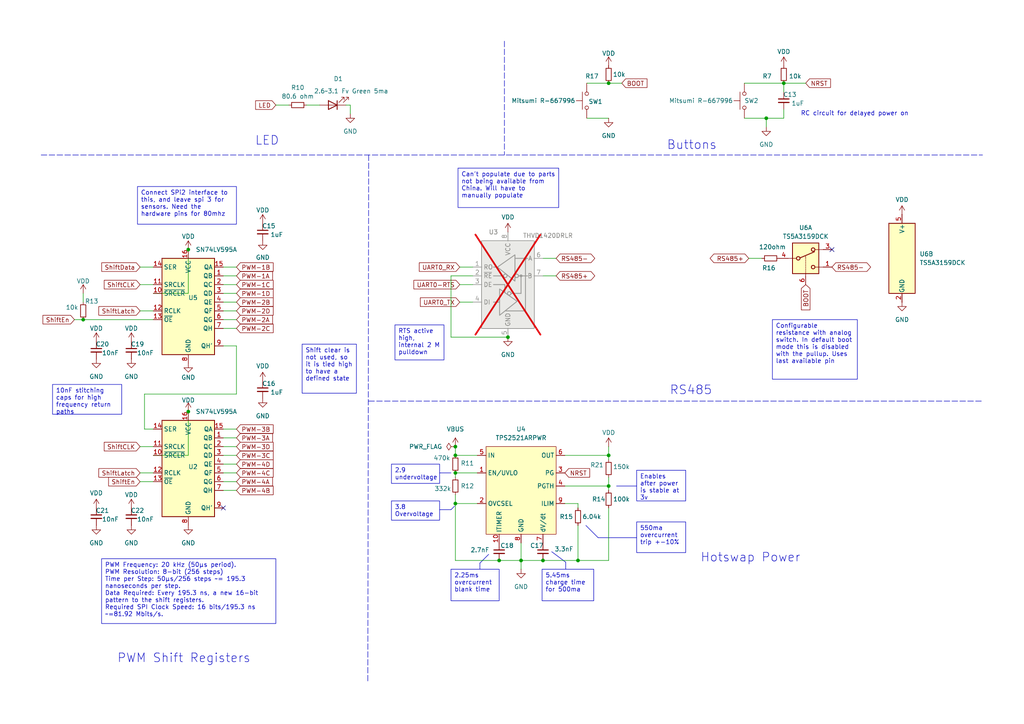
<source format=kicad_sch>
(kicad_sch (version 20250114) (generator "eeschema") (generator_version "9.0")
  (paper "A4")
  (title_block (title "CACKLE -  Hub") (date "2025-11-08") (rev "V1.2") (comment 1 "Licensed under CERN-OHL-S v2") (comment 2 "Author: Asher Edwards"))
  (lib_symbols
    (symbol "74HC595_1"
      (property "Reference" "U5" (at 0 1.27 0))
      (property "Value" "SN74LV595A" (at 2.1433 15.24 0))
      (symbol "74HC595_1_1_0"
        (pin input line (at -10.16 10.16 0) (length 2.54) (name "SER") (number "14"))
        (pin input line (at -10.16 5.08 0) (length 2.54) (name "SRCLK") (number "11"))
        (pin input line (at -10.16 2.54 0) (length 2.54) (name "~{SRCLR}") (number "10"))
        (pin input line (at -10.16 -2.54 0) (length 2.54) (name "RCLK") (number "12"))
        (pin input line (at -10.16 -5.08 0) (length 2.54) (name "~{OE}") (number "13"))
        (pin power_in line (at 0 15.24 270) (length 2.54) (name "VCC") (number "16"))
        (pin power_in line (at 0 -17.78 90) (length 2.54) (hide yes) (name "GND") (number "17"))
        (pin power_in line (at 0 -17.78 90) (length 2.54) (name "GND") (number "8"))
        (pin tri_state line (at 10.16 10.16 180) (length 2.54) (name "QA") (number "15"))
        (pin tri_state line (at 10.16 7.62 180) (length 2.54) (name "QB") (number "1"))
        (pin tri_state line (at 10.16 5.08 180) (length 2.54) (name "QC") (number "2"))
        (pin tri_state line (at 10.16 2.54 180) (length 2.54) (name "QD") (number "3"))
        (pin tri_state line (at 10.16 0 180) (length 2.54) (name "QE") (number "4"))
        (pin tri_state line (at 10.16 -2.54 180) (length 2.54) (name "QF") (number "5"))
        (pin tri_state line (at 10.16 -5.08 180) (length 2.54) (name "QG") (number "6"))
        (pin tri_state line (at 10.16 -7.62 180) (length 2.54) (name "QH") (number "7"))
        (pin output line (at 10.16 -12.7 180) (length 2.54) (name "QH'") (number "9"))
      )
      (symbol "74HC595_1_1_1"
        (rectangle (start -7.62 12.7) (end 7.62 -15.24) (stroke (width 0.254)) (fill (type background)))
      )
    )
    (symbol "74xx:74HC595"
      (property "Reference" "U2" (at 0 -0.762 0))
      (property "Value" "SN74LV595A" (at 2.1433 15.24 0))
      (symbol "74HC595_1_0"
        (pin input line (at -10.16 10.16 0) (length 2.54) (name "SER") (number "14"))
        (pin input line (at -10.16 5.08 0) (length 2.54) (name "SRCLK") (number "11"))
        (pin input line (at -10.16 2.54 0) (length 2.54) (name "~{SRCLR}") (number "10"))
        (pin input line (at -10.16 -2.54 0) (length 2.54) (name "RCLK") (number "12"))
        (pin input line (at -10.16 -5.08 0) (length 2.54) (name "~{OE}") (number "13"))
        (pin power_in line (at 0 15.24 270) (length 2.54) (name "VCC") (number "16"))
        (pin power_in line (at 0 -17.78 90) (length 2.54) (hide yes) (name "GND") (number "17"))
        (pin power_in line (at 0 -17.78 90) (length 2.54) (name "GND") (number "8"))
        (pin tri_state line (at 10.16 10.16 180) (length 2.54) (name "QA") (number "15"))
        (pin tri_state line (at 10.16 7.62 180) (length 2.54) (name "QB") (number "1"))
        (pin tri_state line (at 10.16 5.08 180) (length 2.54) (name "QC") (number "2"))
        (pin tri_state line (at 10.16 2.54 180) (length 2.54) (name "QD") (number "3"))
        (pin tri_state line (at 10.16 0 180) (length 2.54) (name "QE") (number "4"))
        (pin tri_state line (at 10.16 -2.54 180) (length 2.54) (name "QF") (number "5"))
        (pin tri_state line (at 10.16 -5.08 180) (length 2.54) (name "QG") (number "6"))
        (pin tri_state line (at 10.16 -7.62 180) (length 2.54) (name "QH") (number "7"))
        (pin output line (at 10.16 -12.7 180) (length 2.54) (name "QH'") (number "9"))
      )
      (symbol "74HC595_1_1"
        (rectangle (start -7.62 12.7) (end 7.62 -15.24) (stroke (width 0.254)) (fill (type background)))
      )
    )
    (symbol "Analog_Switch:TS5A3159DCK" (pin_names (offset 0.127))
      (property "Reference" "U" (at -3.175 7.493 0))
      (property "Value" "TS5A3159DCK" (at -3.175 5.715 0))
      (symbol "TS5A3159DCK_1_1"
        (polyline (pts (xy -5.08 0) (xy -2.794 0)))
        (rectangle (start -3.81 4.445) (end 3.81 -4.445) (stroke (width 0.254)) (fill (type background)))
        (circle (center -2.159 0) (radius 0.508) (stroke (width 0.254)))
        (polyline (pts (xy -1.651 0.127) (xy 2.54 1.905)) (stroke (width 0.254)))
        (polyline (pts (xy 0 0.254) (xy 0 0.508)))
        (polyline (pts (xy 0 0.254) (xy 0 0.508)))
        (polyline (pts (xy 0 -0.254) (xy 0 0)))
        (polyline (pts (xy 0 -0.762) (xy 0 -0.508)))
        (polyline (pts (xy 0 -1.27) (xy 0 -1.016)))
        (polyline (pts (xy 0 -1.778) (xy 0 -1.524)))
        (polyline (pts (xy 0 -2.286) (xy 0 -2.032)))
        (polyline (pts (xy 0 -2.794) (xy 0 -2.54)))
        (polyline (pts (xy 0 -3.302) (xy 0 -3.048)))
        (polyline (pts (xy 0 -3.81) (xy 0 -3.556)))
        (polyline (pts (xy 0 -4.318) (xy 0 -4.064)))
        (polyline (pts (xy 0 -5.08) (xy 0 -4.572)))
        (circle (center 2.159 2.54) (radius 0.508) (stroke (width 0.254)))
        (circle (center 2.159 -2.54) (radius 0.508) (stroke (width 0.254)))
        (polyline (pts (xy 5.08 2.54) (xy 2.794 2.54)))
        (polyline (pts (xy 5.08 -2.54) (xy 2.794 -2.54)))
        (pin passive line (at -7.62 0 0) (length 2.54) (name "~") (number "4"))
        (pin input line (at 0 -7.62 90) (length 2.54) (name "~") (number "6"))
        (pin passive line (at 7.62 2.54 180) (length 2.54) (name "~") (number "3"))
        (pin passive line (at 7.62 -2.54 180) (length 2.54) (name "~") (number "1"))
      )
      (symbol "TS5A3159DCK_2_0"
        (pin power_in line (at 0 12.7 270) (length 2.54) (name "V+") (number "5"))
        (pin power_in line (at 0 -12.7 90) (length 2.54) (name "GND") (number "2"))
      )
      (symbol "TS5A3159DCK_2_1"
        (rectangle (start -3.81 10.16) (end 3.81 -10.16) (stroke (width 0.254)) (fill (type background)))
      )
    )
    (symbol "Device:C_Small" (pin_numbers (hide yes)) (pin_names (offset 0.254) (hide yes))
      (property "Reference" "C" (at 0.254 1.778 0))
      (property "Value" "C_Small" (at 0.254 -2.032 0))
      (symbol "C_Small_0_1"
        (polyline (pts (xy -1.524 0.508) (xy 1.524 0.508)) (stroke (width 0.3048)))
        (polyline (pts (xy -1.524 -0.508) (xy 1.524 -0.508)) (stroke (width 0.3302)))
      )
      (symbol "C_Small_1_1"
        (pin passive line (at 0 2.54 270) (length 2.032) (name "~") (number "1"))
        (pin passive line (at 0 -2.54 90) (length 2.032) (name "~") (number "2"))
      )
    )
    (symbol "Device:LED" (pin_numbers (hide yes)) (pin_names (offset 1.016) (hide yes))
      (property "Reference" "D" (at 0 2.54 0))
      (property "Value" "LED" (at 0 -2.54 0))
      (symbol "LED_0_1"
        (polyline (pts (xy -3.048 -0.762) (xy -4.572 -2.286) (xy -3.81 -2.286) (xy -4.572 -2.286) (xy -4.572 -1.524)))
        (polyline (pts (xy -1.778 -0.762) (xy -3.302 -2.286) (xy -2.54 -2.286) (xy -3.302 -2.286) (xy -3.302 -1.524)))
        (polyline (pts (xy -1.27 0) (xy 1.27 0)))
        (polyline (pts (xy -1.27 -1.27) (xy -1.27 1.27)) (stroke (width 0.254)))
        (polyline (pts (xy 1.27 -1.27) (xy 1.27 1.27) (xy -1.27 0) (xy 1.27 -1.27)) (stroke (width 0.254)))
      )
      (symbol "LED_1_1"
        (pin passive line (at -3.81 0 0) (length 2.54) (name "K") (number "1"))
        (pin passive line (at 3.81 0 180) (length 2.54) (name "A") (number "2"))
      )
    )
    (symbol "Device:R_Small" (pin_numbers (hide yes)) (pin_names (offset 0.254) (hide yes))
      (property "Reference" "R" (at 0.762 0.508 0))
      (property "Value" "R_Small" (at 0.762 -1.016 0))
      (symbol "R_Small_0_1"
        (rectangle (start -0.762 1.778) (end 0.762 -1.778) (stroke (width 0.2032)))
      )
      (symbol "R_Small_1_1"
        (pin passive line (at 0 2.54 270) (length 0.762) (name "~") (number "1"))
        (pin passive line (at 0 -2.54 90) (length 0.762) (name "~") (number "2"))
      )
    )
    (symbol "Interface_UART:THVD1420D"
      (property "Reference" "U" (at -6.096 11.43 0))
      (property "Value" "THVD1420D" (at 0.762 11.43 0))
      (symbol "THVD1420D_0_1"
        (rectangle (start -7.62 12.7) (end 7.62 -12.7) (stroke (width 0.254)) (fill (type background)))
        (polyline (pts (xy -4.191 2.54) (xy -1.27 2.54)) (stroke (width 0.254)))
        (polyline (pts (xy -4.191 0) (xy -0.889 0) (xy -0.889 -2.286)) (stroke (width 0.254)))
        (polyline (pts (xy -3.175 5.08) (xy -4.191 5.08) (xy -4.064 5.08)) (stroke (width 0.254)))
        (polyline (pts (xy -2.54 -5.08) (xy -4.191 -5.08)) (stroke (width 0.254)))
        (polyline (pts (xy -2.413 -5.08) (xy -2.413 -1.27) (xy 2.667 -4.826) (xy -2.413 -8.89) (xy -2.413 -5.08)) (stroke (width 0.254)))
        (polyline (pts (xy -0.635 -7.62) (xy 5.08 -7.62)) (stroke (width 0.254)))
        (circle (center 0.381 -2.54) (radius 0.508) (stroke (width 0.254)))
        (polyline (pts (xy 0.889 -2.54) (xy 3.81 -2.54)) (stroke (width 0.254)))
        (polyline (pts (xy 2.032 7.62) (xy 5.715 7.62)) (stroke (width 0.254)))
        (polyline (pts (xy 3.048 2.54) (xy 5.715 2.54)) (stroke (width 0.254)))
        (circle (center 3.81 2.54) (radius 0.2794) (stroke (width 0.254)) (fill (type outline)))
        (polyline (pts (xy 3.81 -2.54) (xy 3.81 2.54)) (stroke (width 0.254)))
        (polyline (pts (xy 5.08 -7.62) (xy 5.08 7.62)) (stroke (width 0.254)))
      )
      (symbol "THVD1420D_1_1"
        (circle (center -0.762 2.54) (radius 0.508) (stroke (width 0.254)))
        (polyline (pts (xy 2.032 4.826) (xy 2.032 8.636) (xy -3.048 5.08) (xy 2.032 1.016) (xy 2.032 4.826)) (stroke (width 0.254)))
        (circle (center 2.54 2.54) (radius 0.508) (stroke (width 0.254)))
        (circle (center 5.08 7.62) (radius 0.2794) (stroke (width 0.254)) (fill (type outline)))
        (pin output line (at -10.16 5.08 0) (length 2.54) (name "RO") (number "1"))
        (pin input line (at -10.16 2.54 0) (length 2.54) (name "~{RE}") (number "2"))
        (pin input line (at -10.16 0 0) (length 2.54) (name "DE") (number "3"))
        (pin input line (at -10.16 -5.08 0) (length 2.54) (name "DI") (number "4"))
        (pin power_in line (at 0 15.24 270) (length 2.54) (name "VCC") (number "8"))
        (pin power_in line (at 0 -15.24 90) (length 2.54) (name "GND") (number "5"))
        (pin bidirectional line (at 10.16 7.62 180) (length 2.54) (name "A") (number "6"))
        (pin bidirectional line (at 10.16 2.54 180) (length 2.54) (name "B") (number "7"))
      )
    )
    (symbol "Switch:SW_Push" (pin_numbers (hide yes)) (pin_names (offset 1.016) (hide yes))
      (property "Reference" "SW" (at 1.27 2.54 0))
      (property "Value" "SW_Push" (at 0 -1.524 0))
      (symbol "SW_Push_0_1"
        (circle (center -2.032 0) (radius 0.508))
        (polyline (pts (xy 0 1.27) (xy 0 3.048)))
        (circle (center 2.032 0) (radius 0.508))
        (polyline (pts (xy 2.54 1.27) (xy -2.54 1.27)))
        (pin passive line (at -5.08 0 0) (length 2.54) (name "1") (number "1"))
        (pin passive line (at 5.08 0 180) (length 2.54) (name "2") (number "2"))
      )
    )
    (symbol "custom_Power_Management:TPS2521xx"
      (property "Reference" "U" (at 0 0 0))
      (property "Value" "TPS2521xx" (at 0 -1.778 0))
      (symbol "TPS2521xx_1_1"
        (rectangle (start -10.16 12.7) (end 10.16 -12.7) (fill (type background)))
        (pin power_in line (at -12.7 10.16 0) (length 2.54) (name "IN") (number "5"))
        (pin input line (at -12.7 5.08 0) (length 2.54) (name "EN/UVLO") (number "1"))
        (pin input line (at -12.7 -3.81 0) (length 2.54) (name "OVCSEL") (number "2"))
        (pin output line (at -6.35 -15.24 90) (length 2.54) (name "ITIMER") (number "10"))
        (pin power_in line (at 0 -15.24 90) (length 2.54) (name "GND") (number "8"))
        (pin output line (at 6.35 -15.24 90) (length 2.54) (name "dV/dt") (number "7"))
        (pin power_out line (at 12.7 10.16 180) (length 2.54) (name "OUT") (number "6"))
        (pin output line (at 12.7 5.08 180) (length 2.54) (name "PG") (number "3"))
        (pin input line (at 12.7 1.27 180) (length 2.54) (name "PGTH") (number "4"))
        (pin output line (at 12.7 -3.81 180) (length 2.54) (name "ILIM") (number "9"))
      )
    )
    (symbol "power:GND" (power) (pin_numbers (hide yes)) (pin_names (offset 0) (hide yes))
      (property "Value" "GND" (at 0 -3.81 0))
      (symbol "GND_0_1"
        (polyline (pts (xy 0 0) (xy 0 -1.27) (xy 1.27 -1.27) (xy 0 -2.54) (xy -1.27 -1.27) (xy 0 -1.27)))
      )
      (symbol "GND_1_1"
        (pin power_in line (at 0 0 270) (length 0) (name "~") (number "1"))
      )
    )
    (symbol "power:PWR_FLAG" (power) (pin_numbers (hide yes)) (pin_names (offset 0) (hide yes))
      (property "Value" "PWR_FLAG" (at 0 3.81 0))
      (symbol "PWR_FLAG_0_0"
        (pin power_out line (at 0 0 90) (length 0) (name "~") (number "1"))
      )
      (symbol "PWR_FLAG_0_1"
        (polyline (pts (xy 0 0) (xy 0 1.27) (xy -1.016 1.905) (xy 0 2.54) (xy 1.016 1.905) (xy 0 1.27)))
      )
    )
    (symbol "power:VBUS" (power) (pin_numbers (hide yes)) (pin_names (offset 0) (hide yes))
      (property "Value" "VBUS" (at 0 3.556 0))
      (symbol "VBUS_0_1"
        (polyline (pts (xy -0.762 1.27) (xy 0 2.54)))
        (polyline (pts (xy 0 2.54) (xy 0.762 1.27)))
        (polyline (pts (xy 0 0) (xy 0 2.54)))
      )
      (symbol "VBUS_1_1"
        (pin power_in line (at 0 0 90) (length 0) (name "~") (number "1"))
      )
    )
    (symbol "power:VDD" (power) (pin_numbers (hide yes)) (pin_names (offset 0) (hide yes))
      (property "Value" "VDD" (at 0 3.556 0))
      (symbol "VDD_0_1"
        (polyline (pts (xy -0.762 1.27) (xy 0 2.54)))
        (polyline (pts (xy 0 2.54) (xy 0.762 1.27)))
        (polyline (pts (xy 0 0) (xy 0 2.54)))
      )
      (symbol "VDD_1_1"
        (pin power_in line (at 0 0 90) (length 0) (name "~") (number "1"))
      )
    )
  )
  (text "PWM Shift Registers" (at 53.34 191.008 0) (effects (font (size 2.54 2.54))))
  (text "RC circuit for delayed power on" (at 247.904 33.02 0) (effects (font (size 1.27 1.27))))
  (text "LED" (at 77.47 40.894 0) (effects (font (size 2.54 2.54))))
  (text "Buttons" (at 200.66 42.164 0) (effects (font (size 2.54 2.54))))
  (text "RS485" (at 200.406 113.284 0) (effects (font (size 2.54 2.54))))
  (text "Hotswap Power" (at 217.678 161.798 0) (effects (font (size 2.54 2.54))))
  (text_box "Enables after power is stable at 3v" (at 184.658 136.398 0) (size 14.224 8.89) (margins 0.9525 0.9525 0.9525 0.9525) (effects (font (size 1.27 1.27)) (justify left top)))
  (text_box "RTS active high, internal 2 M pulldown" (at 114.554 94.234 0) (size 14.224 10.16) (margins 0.9525 0.9525 0.9525 0.9525) (effects (font (size 1.27 1.27)) (justify left top)))
  (text_box "Can't populate due to parts not being available from China. Will have to manually populate" (at 132.842 48.768 0) (size 29.21 11.43) (margins 0.9525 0.9525 0.9525 0.9525) (effects (font (size 1.27 1.27)) (justify left top)))
  (text_box "Shift clear is not used, so it is tied high to have a defined state" (at 87.63 99.822 0) (size 15.748 14.224) (margins 0.9525 0.9525 0.9525 0.9525) (effects (font (size 1.27 1.27)) (justify left top)))
  (text_box "Configurable resistance with analog switch. In default boot mode this is disabled with the pullup. Uses last available pin" (at 224.028 92.71 0) (size 24.638 17.272) (margins 0.9525 0.9525 0.9525 0.9525) (effects (font (size 1.27 1.27)) (justify left top)))
  (text_box "2.25ms overcurrent blank time" (at 130.81 165.1 0) (size 13.97 9.144) (margins 0.9525 0.9525 0.9525 0.9525) (effects (font (size 1.27 1.27)) (justify left top)))
  (text_box "10nF stitching caps for high frequency return paths" (at 15.24 111.506 0) (size 20.066 8.636) (margins 0.9525 0.9525 0.9525 0.9525) (effects (font (size 1.27 1.27)) (justify left top)))
  (text_box "5.45ms charge time for 500ma" (at 157.226 165.1 0) (size 14.986 9.144) (margins 0.9525 0.9525 0.9525 0.9525) (effects (font (size 1.27 1.27)) (justify left top)))
  (text_box "PWM Frequency: 20 kHz (50μs period).\nPWM Resolution: 8-bit (256 steps)\nTime per Step: 50μs/256 steps ~= 195.3 nanoseconds per step.\nData Required: Every 195.3 ns, a new 16-bit pattern to the shift registers.\nRequired SPI Clock Speed: 16 bits/195.3 ns ~=81.92 Mbits/s." (at 29.464 162.052 0) (size 50.546 18.796) (margins 0.9525 0.9525 0.9525 0.9525) (effects (font (size 1.27 1.27)) (justify left top)))
  (text_box "Connect SPi2 interface to this, and leave spi 3 for sensors. Need the hardware pins for 80mhz" (at 39.878 54.102 0) (size 28.702 10.922) (margins 0.9525 0.9525 0.9525 0.9525) (effects (font (size 1.27 1.27)) (justify left top)))
  (text_box "3.8 Overvoltage" (at 113.538 145.288 0) (size 13.97 5.588) (margins 0.9525 0.9525 0.9525 0.9525) (effects (font (size 1.27 1.27)) (justify left top)))
  (text_box "550ma overcurrent trip +-10%" (at 184.658 151.384 0) (size 14.224 8.89) (margins 0.9525 0.9525 0.9525 0.9525) (effects (font (size 1.27 1.27)) (justify left top)))
  (text_box "2.9 undervoltage" (at 113.538 134.62 0) (size 13.97 5.588) (margins 0.9525 0.9525 0.9525 0.9525) (effects (font (size 1.27 1.27)) (justify left top)))
  (junction (at 147.32 97.79))
  (junction (at 176.53 132.08))
  (junction (at 222.25 34.29))
  (junction (at 227.33 24.13))
  (junction (at 151.13 162.56))
  (junction (at 132.08 132.08))
  (junction (at 144.78 162.56))
  (junction (at 176.53 140.97))
  (junction (at 54.61 119.38))
  (junction (at 157.48 162.56))
  (junction (at 132.08 129.54))
  (junction (at 176.53 24.13))
  (junction (at 24.13 92.71))
  (junction (at 132.08 137.16))
  (junction (at 132.08 146.05))
  (junction (at 167.64 162.56))
  (junction (at 54.61 72.39))
  (no_connect (at 241.3 72.39))
  (no_connect (at 64.77 147.32))
  (wire (pts (xy 41.91 124.46) (xy 44.45 124.46)))
  (wire (pts (xy 176.53 147.32) (xy 176.53 162.56)))
  (wire (pts (xy 64.77 100.33) (xy 68.58 100.33)))
  (polyline (pts (xy 127.508 147.828) (xy 130.81 147.828)))
  (wire (pts (xy 176.53 129.54) (xy 176.53 132.08)))
  (wire (pts (xy 176.53 140.97) (xy 176.53 142.24)))
  (wire (pts (xy 133.35 77.47) (xy 137.16 77.47)))
  (wire (pts (xy 167.64 146.05) (xy 167.64 147.32)))
  (wire (pts (xy 68.58 85.09) (xy 64.77 85.09)))
  (wire (pts (xy 132.08 137.16) (xy 138.43 137.16)))
  (wire (pts (xy 227.33 34.29) (xy 227.33 31.75)))
  (wire (pts (xy 132.08 129.54) (xy 132.08 132.08)))
  (wire (pts (xy 40.64 77.47) (xy 44.45 77.47)))
  (polyline (pts (xy 130.81 147.828) (xy 131.826 146.812)))
  (wire (pts (xy 167.64 152.4) (xy 167.64 162.56)))
  (wire (pts (xy 54.61 119.38) (xy 54.61 132.08)))
  (wire (pts (xy 151.13 162.56) (xy 157.48 162.56)))
  (polyline (pts (xy 169.926 152.4) (xy 173.482 155.956)))
  (wire (pts (xy 215.9 24.13) (xy 227.33 24.13)))
  (wire (pts (xy 163.83 140.97) (xy 176.53 140.97)))
  (wire (pts (xy 68.58 77.47) (xy 64.77 77.47)))
  (wire (pts (xy 68.58 87.63) (xy 64.77 87.63)))
  (wire (pts (xy 132.08 146.05) (xy 132.08 162.56)))
  (wire (pts (xy 68.58 127) (xy 64.77 127)))
  (wire (pts (xy 180.34 24.13) (xy 176.53 24.13)))
  (wire (pts (xy 68.58 100.33) (xy 68.58 114.3)))
  (wire (pts (xy 68.58 134.62) (xy 64.77 134.62)))
  (wire (pts (xy 24.13 92.71) (xy 44.45 92.71)))
  (wire (pts (xy 68.58 132.08) (xy 64.77 132.08)))
  (wire (pts (xy 68.58 90.17) (xy 64.77 90.17)))
  (wire (pts (xy 130.81 97.79) (xy 147.32 97.79)))
  (wire (pts (xy 137.16 80.01) (xy 130.81 80.01)))
  (wire (pts (xy 68.58 80.01) (xy 64.77 80.01)))
  (polyline (pts (xy 184.658 140.97) (xy 178.816 140.97)))
  (wire (pts (xy 40.64 129.54) (xy 44.45 129.54)))
  (wire (pts (xy 227.33 24.13) (xy 227.33 26.67)))
  (wire (pts (xy 163.83 146.05) (xy 167.64 146.05)))
  (wire (pts (xy 54.61 72.39) (xy 54.61 85.09)))
  (wire (pts (xy 24.13 85.09) (xy 24.13 87.63)))
  (wire (pts (xy 176.53 162.56) (xy 167.64 162.56)))
  (wire (pts (xy 101.6 30.48) (xy 101.6 33.02)))
  (wire (pts (xy 130.81 80.01) (xy 130.81 97.79)))
  (wire (pts (xy 132.08 132.08) (xy 138.43 132.08)))
  (wire (pts (xy 132.08 162.56) (xy 144.78 162.56)))
  (polyline (pts (xy 11.938 44.958) (xy 284.988 44.958)) (stroke (width 0) (type dash)))
  (wire (pts (xy 215.9 34.29) (xy 222.25 34.29)))
  (wire (pts (xy 40.64 137.16) (xy 44.45 137.16)))
  (polyline (pts (xy 139.192 165.1) (xy 139.192 163.322)))
  (wire (pts (xy 144.78 162.56) (xy 151.13 162.56)))
  (wire (pts (xy 80.01 30.48) (xy 83.82 30.48)))
  (wire (pts (xy 176.53 132.08) (xy 163.83 132.08)))
  (wire (pts (xy 176.53 132.08) (xy 176.53 133.35)))
  (polyline (pts (xy 139.192 163.322) (xy 141.732 160.782)))
  (wire (pts (xy 151.13 157.48) (xy 151.13 162.56)))
  (wire (pts (xy 176.53 24.13) (xy 170.18 24.13)))
  (wire (pts (xy 176.53 34.29) (xy 170.18 34.29)))
  (wire (pts (xy 44.45 132.08) (xy 54.61 132.08)))
  (wire (pts (xy 161.29 74.93) (xy 157.48 74.93)))
  (wire (pts (xy 151.13 162.56) (xy 151.13 165.1)))
  (wire (pts (xy 133.35 82.55) (xy 137.16 82.55)))
  (polyline (pts (xy 106.934 116.332) (xy 284.988 116.332)) (stroke (width 0) (type dash)))
  (wire (pts (xy 217.17 74.93) (xy 220.98 74.93)))
  (wire (pts (xy 176.53 138.43) (xy 176.53 140.97)))
  (wire (pts (xy 40.64 82.55) (xy 44.45 82.55)))
  (polyline (pts (xy 106.934 44.958) (xy 106.68 197.866)) (stroke (width 0) (type dash)))
  (wire (pts (xy 132.08 146.05) (xy 132.08 143.51)))
  (wire (pts (xy 68.58 142.24) (xy 64.77 142.24)))
  (wire (pts (xy 68.58 129.54) (xy 64.77 129.54)))
  (wire (pts (xy 68.58 82.55) (xy 64.77 82.55)))
  (wire (pts (xy 68.58 92.71) (xy 64.77 92.71)))
  (wire (pts (xy 133.35 87.63) (xy 137.16 87.63)))
  (polyline (pts (xy 127.508 137.16) (xy 130.81 137.16)))
  (wire (pts (xy 88.9 30.48) (xy 92.71 30.48)))
  (wire (pts (xy 68.58 114.3) (xy 41.91 114.3)))
  (wire (pts (xy 68.58 124.46) (xy 64.77 124.46)))
  (wire (pts (xy 68.58 137.16) (xy 64.77 137.16)))
  (wire (pts (xy 132.08 137.16) (xy 132.08 138.43)))
  (wire (pts (xy 100.33 30.48) (xy 101.6 30.48)))
  (wire (pts (xy 41.91 114.3) (xy 41.91 124.46)))
  (wire (pts (xy 138.43 146.05) (xy 132.08 146.05)))
  (wire (pts (xy 21.59 92.71) (xy 24.13 92.71)))
  (wire (pts (xy 40.64 139.7) (xy 44.45 139.7)))
  (wire (pts (xy 227.33 34.29) (xy 222.25 34.29)))
  (wire (pts (xy 44.45 85.09) (xy 54.61 85.09)))
  (polyline (pts (xy 184.658 155.956) (xy 173.482 155.956)))
  (wire (pts (xy 161.29 80.01) (xy 157.48 80.01)))
  (wire (pts (xy 227.33 24.13) (xy 233.68 24.13)))
  (polyline (pts (xy 164.084 165.1) (xy 164.084 163.068)))
  (wire (pts (xy 68.58 139.7) (xy 64.77 139.7)))
  (wire (pts (xy 68.58 95.25) (xy 64.77 95.25)))
  (wire (pts (xy 40.64 90.17) (xy 44.45 90.17)))
  (wire (pts (xy 167.64 162.56) (xy 157.48 162.56)))
  (wire (pts (xy 222.25 34.29) (xy 222.25 36.83)))
  (polyline (pts (xy 160.02 160.02) (xy 164.084 163.068)))
  (polyline (pts (xy 146.304 11.938) (xy 146.304 44.958)) (stroke (width 0) (type dash)))
  (global_label "ShiftEn" (shape input) (at 40.64 139.7 180) (property "Intersheetrefs" "${INTERSHEET_REFS}" (effects (hide yes))))
  (global_label "PWM-2D" (shape input) (at 68.58 90.17 0) (property "Intersheetrefs" "${INTERSHEET_REFS}" (effects (hide yes))))
  (global_label "PWM-4D" (shape input) (at 68.58 134.62 0) (property "Intersheetrefs" "${INTERSHEET_REFS}" (effects (hide yes))))
  (global_label "PWM-4C" (shape input) (at 68.58 137.16 0) (property "Intersheetrefs" "${INTERSHEET_REFS}" (effects (hide yes))))
  (global_label "PWM-3D" (shape input) (at 68.58 129.54 0) (property "Intersheetrefs" "${INTERSHEET_REFS}" (effects (hide yes))))
  (global_label "RS485+" (shape bidirectional) (at 217.17 74.93 180) (property "Intersheetrefs" "${INTERSHEET_REFS}" (effects (hide yes))))
  (global_label "PWM-1B" (shape input) (at 68.58 77.47 0) (property "Intersheetrefs" "${INTERSHEET_REFS}" (effects (hide yes))))
  (global_label "PWM-3C" (shape input) (at 68.58 132.08 0) (property "Intersheetrefs" "${INTERSHEET_REFS}" (effects (hide yes))))
  (global_label "PWM-1A" (shape input) (at 68.58 80.01 0) (property "Intersheetrefs" "${INTERSHEET_REFS}" (effects (hide yes))))
  (global_label "PWM-4B" (shape input) (at 68.58 142.24 0) (property "Intersheetrefs" "${INTERSHEET_REFS}" (effects (hide yes))))
  (global_label "LED" (shape input) (at 80.01 30.48 180) (property "Intersheetrefs" "${INTERSHEET_REFS}" (effects (hide yes))))
  (global_label "BOOT" (shape input) (at 180.34 24.13 0) (property "Intersheetrefs" "${INTERSHEET_REFS}" (effects (hide yes))))
  (global_label "PWM-2B" (shape input) (at 68.58 87.63 0) (property "Intersheetrefs" "${INTERSHEET_REFS}" (effects (hide yes))))
  (global_label "PWM-1D" (shape input) (at 68.58 85.09 0) (property "Intersheetrefs" "${INTERSHEET_REFS}" (effects (hide yes))))
  (global_label "RS485+" (shape bidirectional) (at 161.29 80.01 0) (property "Intersheetrefs" "${INTERSHEET_REFS}" (effects (hide yes))))
  (global_label "NRST" (shape input) (at 233.68 24.13 0) (property "Intersheetrefs" "${INTERSHEET_REFS}" (effects (hide yes))))
  (global_label "ShiftCLK" (shape input) (at 40.64 82.55 180) (property "Intersheetrefs" "${INTERSHEET_REFS}" (effects (hide yes))))
  (global_label "ShiftData" (shape input) (at 40.64 77.47 180) (property "Intersheetrefs" "${INTERSHEET_REFS}" (effects (hide yes))))
  (global_label "NRST" (shape input) (at 163.83 137.16 0) (property "Intersheetrefs" "${INTERSHEET_REFS}" (effects (hide yes))))
  (global_label "PWM-3A" (shape input) (at 68.58 127 0) (property "Intersheetrefs" "${INTERSHEET_REFS}" (effects (hide yes))))
  (global_label "UART0-RTS" (shape input) (at 133.35 82.55 180) (property "Intersheetrefs" "${INTERSHEET_REFS}" (effects (hide yes))))
  (global_label "ShiftEn" (shape input) (at 21.59 92.71 180) (property "Intersheetrefs" "${INTERSHEET_REFS}" (effects (hide yes))))
  (global_label "PWM-3B" (shape input) (at 68.58 124.46 0) (property "Intersheetrefs" "${INTERSHEET_REFS}" (effects (hide yes))))
  (global_label "PWM-2C" (shape input) (at 68.58 95.25 0) (property "Intersheetrefs" "${INTERSHEET_REFS}" (effects (hide yes))))
  (global_label "ShiftCLK" (shape input) (at 40.64 129.54 180) (property "Intersheetrefs" "${INTERSHEET_REFS}" (effects (hide yes))))
  (global_label "BOOT" (shape input) (at 233.68 82.55 270) (property "Intersheetrefs" "${INTERSHEET_REFS}" (effects (hide yes))))
  (global_label "RS485-" (shape bidirectional) (at 161.29 74.93 0) (property "Intersheetrefs" "${INTERSHEET_REFS}" (effects (hide yes))))
  (global_label "PWM-4A" (shape input) (at 68.58 139.7 0) (property "Intersheetrefs" "${INTERSHEET_REFS}" (effects (hide yes))))
  (global_label "PWM-1C" (shape input) (at 68.58 82.55 0) (property "Intersheetrefs" "${INTERSHEET_REFS}" (effects (hide yes))))
  (global_label "ShiftLatch" (shape input) (at 40.64 90.17 180) (property "Intersheetrefs" "${INTERSHEET_REFS}" (effects (hide yes))))
  (global_label "RS485-" (shape bidirectional) (at 241.3 77.47 0) (property "Intersheetrefs" "${INTERSHEET_REFS}" (effects (hide yes))))
  (global_label "UART0_RX" (shape input) (at 133.35 77.47 180) (property "Intersheetrefs" "${INTERSHEET_REFS}" (effects (hide yes))))
  (global_label "PWM-2A" (shape input) (at 68.58 92.71 0) (property "Intersheetrefs" "${INTERSHEET_REFS}" (effects (hide yes))))
  (global_label "ShiftLatch" (shape input) (at 40.64 137.16 180) (property "Intersheetrefs" "${INTERSHEET_REFS}" (effects (hide yes))))
  (global_label "UART0_TX" (shape input) (at 133.35 87.63 180) (property "Intersheetrefs" "${INTERSHEET_REFS}" (effects (hide yes))))
  (symbol (lib_id "power:GND") (at 54.61 105.41 0) (unit 1)
    (property "Reference" "#PWR049" (effects (hide yes)))
    (property "Value" "GND" (at 54.61 109.474 0))
    (property "Description" "Power symbol creates a global label with name \"GND\" , ground" (effects (hide yes)))
  )
  (symbol (lib_id "Device:C_Small") (at 38.1 149.86 0) (unit 1)
    (property "Reference" "C22" (at 39.878 148.082 0))
    (property "Value" "10nF" (at 42.164 150.622 0))
    (property "Footprint" "Capacitor_SMD:C_0402_1005Metric" (effects (hide yes)))
    (property "Description" "Unpolarized capacitor, small symbol" (effects (hide yes)))
    (property "LCSC" "C52923" (effects (hide yes)))
  )
  (symbol (lib_id "power:VDD") (at 54.61 119.38 0) (unit 1)
    (property "Reference" "#PWR010" (effects (hide yes)))
    (property "Value" "VDD" (at 54.61 116.078 0))
    (property "Description" "Power symbol creates a global label with name \"VDD\"" (effects (hide yes)))
  )
  (symbol (lib_id "power:GND") (at 54.61 152.4 0) (unit 1)
    (property "Reference" "#PWR021" (effects (hide yes)))
    (property "Value" "GND" (at 54.61 157.48 0))
    (property "Description" "Power symbol creates a global label with name \"GND\" , ground" (effects (hide yes)))
  )
  (symbol (lib_id "Device:R_Small") (at 176.53 21.59 180) (unit 1)
    (property "Reference" "R17" (at 171.704 22.098 0))
    (property "Value" "10k" (at 179.578 21.59 0))
    (property "Footprint" "Resistor_SMD:R_0402_1005Metric" (effects (hide yes)))
    (property "Description" "Resistor, small symbol" (effects (hide yes)))
    (property "LCSC" "C25744" (effects (hide yes)))
  )
  (symbol (lib_id "power:PWR_FLAG") (at 132.08 129.54 90) (unit 1)
    (property "Reference" "#FLG02" (effects (hide yes)))
    (property "Value" "PWR_FLAG" (at 128.27 129.5399 90) (effects (justify left)))
    (property "Description" "Special symbol for telling ERC where power comes from" (effects (hide yes)))
  )
  (symbol (lib_id "power:GND") (at 38.1 152.4 0) (unit 1)
    (property "Reference" "#PWR077" (effects (hide yes)))
    (property "Value" "GND" (at 38.1 157.48 0))
    (property "Description" "Power symbol creates a global label with name \"GND\" , ground" (effects (hide yes)))
  )
  (symbol (lib_id "Switch:SW_Push") (at 215.9 29.21 90) (unit 1)
    (property "Reference" "SW2" (at 215.9 29.21 90) (effects (justify right)))
    (property "Value" "Mitsumi R-667996" (at 194.056 29.21 90) (effects (justify right)))
    (property "Footprint" "Misumi switches:R-667995_MIT" (effects (hide yes)))
    (property "Description" "Push button switch, generic, two pins" (effects (hide yes)))
    (property "LCSC" "C4365007" (effects (hide yes)))
  )
  (symbol (lib_id "power:GND") (at 151.13 165.1 0) (unit 1)
    (property "Reference" "#PWR046" (effects (hide yes)))
    (property "Value" "GND" (at 151.13 170.18 0))
    (property "Description" "Power symbol creates a global label with name \"GND\" , ground" (effects (hide yes)))
  )
  (symbol (lib_id "Interface_UART:THVD1420D") (at 147.32 82.55 0) (unit 1) (dnp yes)
    (property "Reference" "U3" (at 141.732 67.31 0) (effects (justify left)))
    (property "Value" "THVD1420DRLR" (at 151.638 68.326 0) (effects (justify left)))
    (property "Footprint" "Package_TO_SOT_SMD:SOT-583-8" (effects (hide yes)))
    (property "Datasheet" "https://www.ti.com/lit/ds/symlink/thvd1420.pdf" (effects (hide yes)))
    (property "Description" "Half duplex RS-485/RS-422, 12 Mbps, 3V - 5.5V supply, ±12kV electro-static discharge (ESD) protection, with receiver/driver enable, 32 receiver drive capacity, SOIC-8" (effects (hide yes)))
  )
  (symbol (lib_id "power:VDD") (at 24.13 85.09 0) (unit 1)
    (property "Reference" "#PWR047" (effects (hide yes)))
    (property "Value" "VDD" (at 24.13 81.534 0))
    (property "Description" "Power symbol creates a global label with name \"VDD\"" (effects (hide yes)))
  )
  (symbol (lib_id "Device:C_Small") (at 38.1 101.6 0) (unit 1)
    (property "Reference" "C19" (at 39.878 99.822 0))
    (property "Value" "10nF" (at 42.164 102.362 0))
    (property "Footprint" "Capacitor_SMD:C_0402_1005Metric" (effects (hide yes)))
    (property "Description" "Unpolarized capacitor, small symbol" (effects (hide yes)))
    (property "LCSC" "C52923" (effects (hide yes)))
  )
  (symbol (lib_id "power:GND") (at 261.62 87.63 0) (unit 1)
    (property "Reference" "#PWR068" (effects (hide yes)))
    (property "Value" "GND" (at 261.62 92.71 0))
    (property "Description" "Power symbol creates a global label with name \"GND\" , ground" (effects (hide yes)))
  )
  (symbol (lib_id "power:VDD") (at 176.53 19.05 0) (unit 1)
    (property "Reference" "#PWR069" (effects (hide yes)))
    (property "Value" "VDD" (at 176.53 15.494 0))
    (property "Description" "Power symbol creates a global label with name \"VDD\"" (effects (hide yes)))
  )
  (symbol (lib_id "Switch:SW_Push") (at 170.18 29.21 90) (unit 1)
    (property "Reference" "SW1" (at 170.688 29.464 90) (effects (justify right)))
    (property "Value" "Mitsumi R-667996" (at 148.336 29.21 90) (effects (justify right)))
    (property "Footprint" "Misumi switches:R-667995_MIT" (effects (hide yes)))
    (property "Description" "Push button switch, generic, two pins" (effects (hide yes)))
    (property "LCSC" "C4365007" (effects (hide yes)))
  )
  (symbol (lib_id "power:VDD") (at 27.94 147.32 0) (unit 1)
    (property "Reference" "#PWR074" (effects (hide yes)))
    (property "Value" "VDD" (at 27.94 143.002 0))
    (property "Description" "Power symbol creates a global label with name \"VDD\"" (effects (hide yes)))
  )
  (symbol (lib_id "power:VDD") (at 147.32 67.31 0) (unit 1)
    (property "Reference" "#PWR035" (effects (hide yes)))
    (property "Value" "VDD" (at 147.32 62.992 0))
    (property "Description" "Power symbol creates a global label with name \"VDD\"" (effects (hide yes)))
  )
  (symbol (lib_id "Device:R_Small") (at 176.53 144.78 180) (unit 1)
    (property "Reference" "R14" (at 171.704 144.78 0) (effects (justify right)))
    (property "Value" "100k" (at 177.8 144.78 0) (effects (justify right)))
    (property "Footprint" "Resistor_SMD:R_0402_1005Metric" (effects (hide yes)))
    (property "Description" "Resistor, small symbol" (effects (hide yes)))
    (property "LCSC" "C25744" (effects (hide yes)))
  )
  (symbol (lib_id "Device:C_Small") (at 144.78 160.02 0) (unit 1)
    (property "Reference" "C18" (at 147.066 158.242 0))
    (property "Value" "2.7nF" (at 139.192 159.512 0))
    (property "Footprint" "Capacitor_SMD:C_0402_1005Metric" (effects (hide yes)))
    (property "Description" "Unpolarized capacitor, small symbol" (effects (hide yes)))
    (property "LCSC" "C52923" (effects (hide yes)))
  )
  (symbol (lib_id "power:GND") (at 147.32 97.79 0) (unit 1)
    (property "Reference" "#PWR034" (effects (hide yes)))
    (property "Value" "GND" (at 147.32 102.87 0))
    (property "Description" "Power symbol creates a global label with name \"GND\" , ground" (effects (hide yes)))
  )
  (symbol (lib_id "Device:C_Small") (at 27.94 101.6 0) (unit 1)
    (property "Reference" "C20" (at 29.718 99.822 0))
    (property "Value" "10nF" (at 32.004 102.362 0))
    (property "Footprint" "Capacitor_SMD:C_0402_1005Metric" (effects (hide yes)))
    (property "Description" "Unpolarized capacitor, small symbol" (effects (hide yes)))
    (property "LCSC" "C52923" (effects (hide yes)))
  )
  (symbol (lib_id "Device:C_Small") (at 76.2 67.31 0) (unit 1)
    (property "Reference" "C15" (at 77.978 65.532 0))
    (property "Value" "1uF" (at 80.264 68.072 0))
    (property "Footprint" "Capacitor_SMD:C_0402_1005Metric" (effects (hide yes)))
    (property "Description" "Unpolarized capacitor, small symbol" (effects (hide yes)))
    (property "LCSC" "C52923" (effects (hide yes)))
  )
  (symbol (lib_id "Device:C_Small") (at 157.48 160.02 0) (unit 1)
    (property "Reference" "C17" (at 155.702 158.242 0))
    (property "Value" "3.3nF" (at 163.576 159.258 0))
    (property "Footprint" "Capacitor_SMD:C_0402_1005Metric" (effects (hide yes)))
    (property "Description" "Unpolarized capacitor, small symbol" (effects (hide yes)))
    (property "LCSC" "C52923" (effects (hide yes)))
  )
  (symbol (lib_id "power:VDD") (at 227.33 19.05 0) (unit 1)
    (property "Reference" "#PWR020" (effects (hide yes)))
    (property "Value" "VDD" (at 227.33 14.986 0))
    (property "Description" "Power symbol creates a global label with name \"VDD\"" (effects (hide yes)))
  )
  (symbol (lib_id "power:GND") (at 27.94 104.14 0) (unit 1)
    (property "Reference" "#PWR073" (effects (hide yes)))
    (property "Value" "GND" (at 27.94 109.22 0))
    (property "Description" "Power symbol creates a global label with name \"GND\" , ground" (effects (hide yes)))
  )
  (symbol (lib_id "Device:R_Small") (at 227.33 21.59 180) (unit 1)
    (property "Reference" "R7" (at 222.504 22.098 0))
    (property "Value" "10k" (at 230.632 22.098 0))
    (property "Footprint" "Resistor_SMD:R_0402_1005Metric" (effects (hide yes)))
    (property "Description" "Resistor, small symbol" (effects (hide yes)))
    (property "LCSC" "C25744" (effects (hide yes)))
  )
  (symbol (lib_id "Device:C_Small") (at 27.94 149.86 0) (unit 1)
    (property "Reference" "C21" (at 29.718 148.082 0))
    (property "Value" "10nF" (at 32.004 150.622 0))
    (property "Footprint" "Capacitor_SMD:C_0402_1005Metric" (effects (hide yes)))
    (property "Description" "Unpolarized capacitor, small symbol" (effects (hide yes)))
    (property "LCSC" "C52923" (effects (hide yes)))
  )
  (symbol (lib_id "power:VBUS") (at 132.08 129.54 0) (unit 1)
    (property "Reference" "#PWR044" (effects (hide yes)))
    (property "Value" "VBUS" (at 132.08 124.46 0))
    (property "Description" "Power symbol creates a global label with name \"VBUS\"" (effects (hide yes)))
  )
  (symbol (lib_id "power:GND") (at 76.2 115.57 0) (unit 1)
    (property "Reference" "#PWR066" (effects (hide yes)))
    (property "Value" "GND" (at 76.2 120.65 0))
    (property "Description" "Power symbol creates a global label with name \"GND\" , ground" (effects (hide yes)))
  )
  (symbol (lib_id "Device:R_Small") (at 167.64 149.86 180) (unit 1)
    (property "Reference" "R15" (at 162.306 149.86 0) (effects (justify right)))
    (property "Value" "6.04k" (at 168.91 149.86 0) (effects (justify right)))
    (property "Footprint" "Resistor_SMD:R_0402_1005Metric" (effects (hide yes)))
    (property "Description" "Resistor, small symbol" (effects (hide yes)))
    (property "LCSC" "C25744" (effects (hide yes)))
  )
  (symbol (lib_id "power:GND") (at 222.25 36.83 0) (unit 1)
    (property "Reference" "#PWR024" (effects (hide yes)))
    (property "Value" "GND" (at 222.25 41.91 0))
    (property "Description" "Power symbol creates a global label with name \"GND\" , ground" (effects (hide yes)))
  )
  (symbol (lib_id "74xx:74HC595") (at 54.61 134.62 0) (unit 1)
    (property "Reference" "U2" (at 54.61 135.382 0) (effects (justify left)))
    (property "Value" "SN74LV595A" (at 56.7533 119.38 0) (effects (justify left)))
    (property "Footprint" "Package_DFN_QFN:DHVQFN-16-1EP_2.5x3.5mm_P0.5mm_EP1x2mm" (effects (hide yes)))
    (property "Datasheet" "http://www.ti.com/lit/ds/symlink/sn74hc595.pdf" (effects (hide yes)))
    (property "Description" "8-bit serial in/out Shift Register 3-State Outputs" (effects (hide yes)))
  )
  (symbol (lib_id "Device:R_Small") (at 86.36 30.48 90) (unit 1)
    (property "Reference" "R10" (at 86.36 25.4 90))
    (property "Value" "80.6 ohm" (at 86.36 27.94 90))
    (property "Footprint" "Resistor_SMD:R_0402_1005Metric" (effects (hide yes)))
    (property "Description" "Resistor, small symbol" (effects (hide yes)))
    (property "LCSC" "C185392" (effects (hide yes)))
  )
  (symbol (lib_id "power:VDD") (at 54.61 72.39 0) (unit 1)
    (property "Reference" "#PWR048" (effects (hide yes)))
    (property "Value" "VDD" (at 54.61 68.58 0))
    (property "Description" "Power symbol creates a global label with name \"VDD\"" (effects (hide yes)))
  )
  (symbol (lib_id "Analog_Switch:TS5A3159DCK") (at 233.68 74.93 0) (unit 1)
    (property "Reference" "U6" (at 233.68 66.04 0))
    (property "Value" "TS5A3159DCK" (at 233.68 68.58 0))
    (property "Footprint" "Package_TO_SOT_SMD:SOT-363_SC-70-6" (effects (hide yes)))
    (property "Datasheet" "http://www.ti.com/lit/ds/symlink/ts5a3159.pdf" (effects (hide yes)))
    (property "Description" "Single SPDT Analog Switch, 1.65-V to 5.5-V Single-Supply Operation, 1Ohm Ron, SC-70-6" (effects (hide yes)))
  )
  (symbol (lib_id "Analog_Switch:TS5A3159DCK") (at 261.62 74.93 0) (unit 2)
    (property "Reference" "U6" (at 266.7 73.6599 0) (effects (justify left)))
    (property "Value" "TS5A3159DCK" (at 266.7 76.1999 0) (effects (justify left)))
    (property "Footprint" "Package_TO_SOT_SMD:SOT-363_SC-70-6" (effects (hide yes)))
    (property "Datasheet" "http://www.ti.com/lit/ds/symlink/ts5a3159.pdf" (effects (hide yes)))
    (property "Description" "Single SPDT Analog Switch, 1.65-V to 5.5-V Single-Supply Operation, 1Ohm Ron, SC-70-6" (effects (hide yes)))
  )
  (symbol (lib_id "power:VDD") (at 176.53 129.54 0) (unit 1)
    (property "Reference" "#PWR045" (effects (hide yes)))
    (property "Value" "VDD" (at 176.53 125.476 0))
    (property "Description" "Power symbol creates a global label with name \"VDD\"" (effects (hide yes)))
  )
  (symbol (lib_name "74HC595_1") (lib_id "74xx:74HC595") (at 54.61 87.63 0) (unit 1)
    (property "Reference" "U5" (at 54.61 86.36 0) (effects (justify left)))
    (property "Value" "SN74LV595A" (at 56.7533 72.39 0) (effects (justify left)))
    (property "Footprint" "Package_DFN_QFN:DHVQFN-16-1EP_2.5x3.5mm_P0.5mm_EP1x2mm" (effects (hide yes)))
    (property "Datasheet" "http://www.ti.com/lit/ds/symlink/sn74hc595.pdf" (effects (hide yes)))
    (property "Description" "8-bit serial in/out Shift Register 3-State Outputs" (effects (hide yes)))
  )
  (symbol (lib_id "power:GND") (at 176.53 34.29 0) (unit 1)
    (property "Reference" "#PWR036" (effects (hide yes)))
    (property "Value" "GND" (at 176.53 39.37 0))
    (property "Description" "Power symbol creates a global label with name \"GND\" , ground" (effects (hide yes)))
  )
  (symbol (lib_id "power:GND") (at 76.2 69.85 0) (unit 1)
    (property "Reference" "#PWR050" (effects (hide yes)))
    (property "Value" "GND" (at 76.2 74.676 0))
    (property "Description" "Power symbol creates a global label with name \"GND\" , ground" (effects (hide yes)))
  )
  (symbol (lib_id "Device:R_Small") (at 132.08 134.62 180) (unit 1)
    (property "Reference" "R11" (at 133.604 134.366 0) (effects (justify right)))
    (property "Value" "470k" (at 125.73 132.842 0) (effects (justify right)))
    (property "Footprint" "Resistor_SMD:R_0402_1005Metric" (effects (hide yes)))
    (property "Description" "Resistor, small symbol" (effects (hide yes)))
    (property "LCSC" "C25744" (effects (hide yes)))
  )
  (symbol (lib_id "Device:C_Small") (at 227.33 29.21 0) (unit 1)
    (property "Reference" "C13" (at 229.108 27.432 0))
    (property "Value" "1uF" (at 231.394 29.972 0))
    (property "Footprint" "Capacitor_SMD:C_0402_1005Metric" (effects (hide yes)))
    (property "Description" "Unpolarized capacitor, small symbol" (effects (hide yes)))
    (property "LCSC" "C52923" (effects (hide yes)))
  )
  (symbol (lib_id "power:VDD") (at 261.62 62.23 0) (unit 1)
    (property "Reference" "#PWR067" (effects (hide yes)))
    (property "Value" "VDD" (at 261.62 57.912 0))
    (property "Description" "Power symbol creates a global label with name \"VDD\"" (effects (hide yes)))
  )
  (symbol (lib_id "power:VDD") (at 38.1 99.06 0) (unit 1)
    (property "Reference" "#PWR070" (effects (hide yes)))
    (property "Value" "VDD" (at 38.1 95.25 0))
    (property "Description" "Power symbol creates a global label with name \"VDD\"" (effects (hide yes)))
  )
  (symbol (lib_id "power:GND") (at 101.6 33.02 0) (unit 1)
    (property "Reference" "#PWR025" (effects (hide yes)))
    (property "Value" "GND" (at 101.6 38.1 0))
    (property "Description" "Power symbol creates a global label with name \"GND\" , ground" (effects (hide yes)))
  )
  (symbol (lib_id "custom_Power_Management:TPS2521xx") (at 151.13 142.24 0) (unit 1)
    (property "Reference" "U4" (at 151.13 124.46 0))
    (property "Value" "TPS2521ARPWR" (at 151.13 127 0))
    (property "Footprint" "custom_Power_QFN:QFN-10_10VQFN_2x2mm_P0.5mm" (effects (hide yes)))
  )
  (symbol (lib_id "Device:R_Small") (at 176.53 135.89 180) (unit 1)
    (property "Reference" "R21" (at 171.196 134.874 0) (effects (justify right)))
    (property "Value" "150k" (at 177.8 135.382 0) (effects (justify right)))
    (property "Footprint" "Resistor_SMD:R_0402_1005Metric" (effects (hide yes)))
    (property "Description" "Resistor, small symbol" (effects (hide yes)))
    (property "LCSC" "C25744" (effects (hide yes)))
  )
  (symbol (lib_id "Device:R_Small") (at 132.08 140.97 180) (unit 1)
    (property "Reference" "R12" (at 133.604 140.97 0) (effects (justify right)))
    (property "Value" "332k" (at 125.984 141.732 0) (effects (justify right)))
    (property "Footprint" "Resistor_SMD:R_0402_1005Metric" (effects (hide yes)))
    (property "Description" "Resistor, small symbol" (effects (hide yes)))
    (property "LCSC" "C25744" (effects (hide yes)))
  )
  (symbol (lib_id "power:VDD") (at 76.2 110.49 0) (unit 1)
    (property "Reference" "#PWR065" (effects (hide yes)))
    (property "Value" "VDD" (at 76.2 106.172 0))
    (property "Description" "Power symbol creates a global label with name \"VDD\"" (effects (hide yes)))
  )
  (symbol (lib_id "power:VDD") (at 27.94 99.06 0) (unit 1)
    (property "Reference" "#PWR072" (effects (hide yes)))
    (property "Value" "VDD" (at 27.94 95.25 0))
    (property "Description" "Power symbol creates a global label with name \"VDD\"" (effects (hide yes)))
  )
  (symbol (lib_id "Device:R_Small") (at 223.52 74.93 270) (unit 1)
    (property "Reference" "R16" (at 223.012 77.724 90))
    (property "Value" "120ohm" (at 224.028 71.628 90))
    (property "Footprint" "Resistor_SMD:R_0402_1005Metric" (effects (hide yes)))
    (property "Description" "Resistor, small symbol" (effects (hide yes)))
    (property "LCSC" "C25744" (effects (hide yes)))
  )
  (symbol (lib_id "Device:C_Small") (at 76.2 113.03 0) (unit 1)
    (property "Reference" "C16" (at 77.978 111.252 0))
    (property "Value" "1uF" (at 80.264 113.792 0))
    (property "Footprint" "Capacitor_SMD:C_0402_1005Metric" (effects (hide yes)))
    (property "Description" "Unpolarized capacitor, small symbol" (effects (hide yes)))
    (property "LCSC" "C52923" (effects (hide yes)))
  )
  (symbol (lib_id "power:VDD") (at 76.2 64.77 0) (unit 1)
    (property "Reference" "#PWR017" (effects (hide yes)))
    (property "Value" "VDD" (at 76.2 60.96 0))
    (property "Description" "Power symbol creates a global label with name \"VDD\"" (effects (hide yes)))
  )
  (symbol (lib_id "power:GND") (at 27.94 152.4 0) (unit 1)
    (property "Reference" "#PWR075" (effects (hide yes)))
    (property "Value" "GND" (at 27.94 157.48 0))
    (property "Description" "Power symbol creates a global label with name \"GND\" , ground" (effects (hide yes)))
  )
  (symbol (lib_id "Device:R_Small") (at 24.13 90.17 180) (unit 1)
    (property "Reference" "R13" (at 24.638 87.376 0) (effects (justify right)))
    (property "Value" "10k" (at 19.05 89.154 0) (effects (justify right)))
    (property "Footprint" "Resistor_SMD:R_0402_1005Metric" (effects (hide yes)))
    (property "Description" "Resistor, small symbol" (effects (hide yes)))
    (property "LCSC" "C25744" (effects (hide yes)))
  )
  (symbol (lib_id "power:VDD") (at 38.1 147.32 0) (unit 1)
    (property "Reference" "#PWR076" (effects (hide yes)))
    (property "Value" "VDD" (at 38.1 143.51 0))
    (property "Description" "Power symbol creates a global label with name \"VDD\"" (effects (hide yes)))
  )
  (symbol (lib_id "power:GND") (at 38.1 104.14 0) (unit 1)
    (property "Reference" "#PWR071" (effects (hide yes)))
    (property "Value" "GND" (at 38.1 109.22 0))
    (property "Description" "Power symbol creates a global label with name \"GND\" , ground" (effects (hide yes)))
  )
  (symbol (lib_id "Device:LED") (at 96.52 30.48 180) (unit 1)
    (property "Reference" "D1" (at 98.1075 22.86 0))
    (property "Value" "2.6~3.1 Fv Green 5ma" (at 101.854 26.416 0))
    (property "Footprint" "LED_SMD:LED_0603_1608Metric_Pad1.05x0.95mm_HandSolder" (effects (hide yes)))
    (property "Description" "Light emitting diode" (effects (hide yes)))
    (property "LCSC" "C3028858" (effects (hide yes)))
  )
)
</source>
